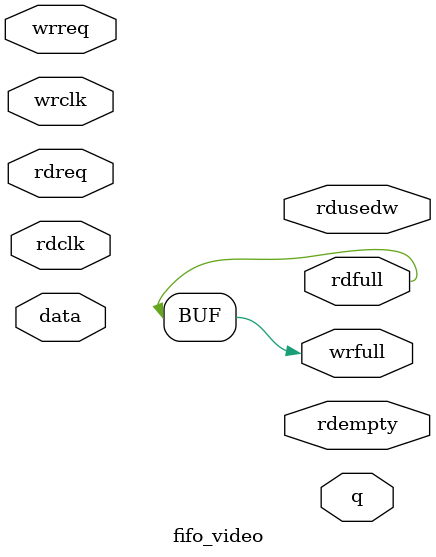
<source format=v>
`timescale 1ns / 1ps


module video_core_pdp(

	input 				clk,                    // 42.4Mz (all video processing)
	input 				clk_sys,						// 50Mhz (CPU clock)
	input [10:0] 		horizontal_counter,              
	input [10:0] 		vertical_counter,   
	output reg [7:0] 	red_out,                         
	output reg [7:0] 	green_out,
	output reg [7:0] 	blue_out,             
	
	input  [9:0] 		pixel_x_i,              // X pixel coordinate 
	input  [9:0] 		pixel_y_i,                  
	input  [2:0]        pixel_c_i,         
	input  		        pixel_write,
	
	input [2:0] 		trail_len,
	input 				blur_on,
	
	input 				clk_74a,
	input	[31:0]		bridge_addr,
	input					bridge_wr,
	input	[31:0]		bridge_wr_data
	
	
);
             
	
	wire use_debugs = 1'b0;						// 0 = do not use corner/line debugs, 1 = use them
	
	// X width = 768, Y height = 720
	// X and Y coords are flipped relative to modern displays, so X and Y are flipped going into the multiplies.
	// X is also inverted.	
	wire [9:0] xcoord = xprod[15:6];			// multiply X coord by 0.75
	wire [9:0] ycoord = yprod[15:6];			// multiply Y coord by 0.703125
	
	// X scaling
	wire [9:0] xmula = pixel_y;
	wire [5:0] xmulb = 6'd45;	
	wire [15:0] xprod = xmula * xmulb;
	
	// Y scaling
	wire [9:0] ymula = ~pixel_x;
	wire [5:0] ymulb = 6'd45;
	wire [15:0] yprod = ymula * ymulb;
	
	reg [1:0] pa_del;								// detect pixel_available edges
	reg [2:0] frame_odd_d;						// synchronize and detect every other frame
	reg [1:0] cpu_stall_d;						// detect rising edge of cpu stall signal
	
	
	reg [9:0] pixel_x;							// pixel X coord to write to FIFO
	reg [9:0] pixel_y;							// pixel Y coord to write to FIFO
	reg write_fifo;								// high to write word to FIFO
	reg [3:0] stuffstate;						// debug pixel stuffer state
	reg [3:0] ss_wait;							// wait for same
	reg [9:0] pixtest;							// we increment this so we have a pixel that moves once every frame for debug
	
	reg [7:0] needlecnt;							// needle ship count
	reg [7:0] wedgecnt;							// wedge ship count
	
	reg [39:0] w_coord;							// wedge's coords (scaled and unscaled)
	reg [39:0] n_coord;
	reg [2:0]  pixel_c;
	
	// CPU clock domain
	always @ (posedge clk_sys)
	begin
	
        pixel_x <= pixel_x_i;
        pixel_y <= pixel_y_i;
        pixel_c <= pixel_c_i;
        write_fifo <= pixel_write;
	end	
		
	
	wire [9:0] curr_x;		// current X coord from the FIFO
	wire [9:0] curr_y;		// current Y coord from the FIFO
	wire [2:0] curr_color;	// current object type. we will unscale the ships
	
	reg rdreq;
	wire rdempty;
	wire wr_full;
	
	
	
	fifo_video thingera (
									.wrclk	(clk_sys),
									.data		({pixel_c, pixel_x, pixel_y}),
									.wrreq	(write_fifo & ~wr_full),	// prevent the FIFO overflowing (this should never happen (tm))
									.wrfull  (wr_full),
									
									.rdclk	(clk),
									.rdreq	(rdreq),
									.rdempty	(rdempty),
									.q			({curr_color, curr_y, curr_x})
							  );


	
	
	
	localparam numbuffs = 8'd8;			// number of buffers
	reg [3:0] ob_buf;							// we need to set this to the number of bits for buffer count
	reg [3:0] ob_count;						// and this too
	reg [3:0] bufcount;						// buffer counter
	wire bufbit = vertical_counter[4];	// bit we use to swap buffers
	localparam dimline = 12'd737;			// do the dimming on one of the non-visble lines
	localparam startline = 12'd12;		// the line DE starts on, because we need to preroll for the first line buffer to fill
	localparam cv_lowbit = 'd4;			// lowest bit to check on the vertical counter
	
	// trail length
	reg [9:0] phos_dim;
	always
	case(trail_len[2:0])
	3'h0 : phos_dim <= 10'h3fe;
	3'h1 : phos_dim <= 10'd64;
	3'h2 : phos_dim <= 10'd32;
	3'h3 : phos_dim <= 10'd16;
	3'h4 : phos_dim <= 10'd8;
	3'h5 : phos_dim <= 10'd4;
	3'h6 : phos_dim <= 10'd2;
	3'h7 : phos_dim <= 10'd1;
	endcase
		
	localparam phos_full = 10'h3ff;							// maximum brightness
	
	wire [34:0] pa_out [numbuffs-1:0];	// bram port A out
	wire [34:0] pb_out [numbuffs-1:0];	// bram port B out (not used)
	reg [9:0] ramcnta;						// bram port A address 
	reg [9:0] ramcntb;						// bram port B address
	reg pb_wren [numbuffs-1:0];			// bram port B write
	reg [34:0] pb_in [numbuffs-1:0];		// bram port B in
		
	// buffer bits:
	// 34:32 - color of the pixel 
	// 31 - pixel is unrendered.  we clear this when it is sent to a line buffer
	// 30 - pixel used.  when we use a pixel, this is set (since there's no other way to tell from the coords)
	// 29 - pixel visible. set = pixel will be sent to line buffers. clear = pixel is not scanned out
	// 28:20 - pixel brightness.  Technically bit 29 is part of this too, and we decrement it to dim it out
	// 19:10 - Y coordinate
	// 9:0 - X coordinate
	
	genvar i;
	generate
		for (i = 0; i < numbuffs; i=i+1)
		begin : ramgen
			rendram rr_gen (
			.clock(clk),
			.data_a(35'h0000_0000), .address_a(ramcnta), .wren_a(1'b0), .q_a(pa_out[i]),
			.data_b(pb_in[i]), .address_b(ramcntb), .wren_b(pb_wren[i]), .q_b(pb_out[i])
			);
		end
	endgenerate
	
	
	reg [numbuffs-1:0] foundit;			// set = we found the pixel in this particular buffer
	reg [9:0] minbrite [numbuffs-1:0];	// dimmest pixel in each buffer
	reg [9:0] mb_add [numbuffs-1:0];		// address of dimmest pixel
	reg [3:0] state;							// state
	reg [7:0] j;
	reg [9:0] oldestbrite;					// dimmest pixel on all buffers
	reg [9:0] ob_add;							// address of same
	reg [9:0] ramcnta_d;						// delayed version of port A address (so the address matches the output data)
	reg pipehold;								// hold off pipeline evaluation for the first cycle
	
	reg fifovalid;								// we have valid pixels in the FIFO
	reg [9:0] fifo_x;							// X coord of eval pixel
	reg [9:0] fifo_y;							// Y coord of eval pixel
	reg [2:0] fifo_c;							// Y coord of eval pixel

	reg whichbuf;								// which of the two buffers we are working on
	reg [7:0] pixout;							// pixel to write to
	reg [9:0] out_x;							// its X coord
	reg [9:0] out_y;							// its Y coord
	reg [2:0] out_c;							// its Y coord
	reg pixwrite, pixwrite_d;				// toggle for pixel writing into line buffers

	
	
	// counter pipeline:
	//
	// ramcnta	ramcnta_d	pipehold
	// 0			x				1
	// 1			0				0
	// 2			1				0
	// 3			2				0
	// 4			3				0
	// ...
	// 3fe		3fd			0
	// 3ff		3fe			0
	// 0			3ff			0
	
	
	always @ (posedge clk)
	begin
	
		
		
		if (~|vertical_counter)										// we will do 1 complete search on every scanline, even if there's no pixels left.
		begin
			state <= 4'h1;
			bufcount <= 0;												// which buffer we will scan into our line buffers
		end
		else
		case (state)
		// run this every scanline until we run out of lines
		4'h1 :	begin
						
						if (horizontal_counter == 1)
						begin
							
							whichbuf <= bufbit;												// select which buffer we will render, and which we will fill
							ramcnta <= 0;
							
							fifovalid <= ~rdempty & cpu_stall_d[1];					// if we have a valid entry or not, and we will only do reads every other frame so our scale values can populate
							{fifo_c, fifo_y, fifo_x} <= {curr_color, curr_y, curr_x};		// everything else
							rdreq <= ~rdempty & cpu_stall_d[1];							// next entry if there is one (and we finished rendering)
							
							for (j = 0; j < numbuffs; j = j + 1)
							begin
								foundit[j] <= 1'b0;											// reset the found flag
								minbrite[j] <= 10'h3ff;										// set min brightness to max brightness
							end
							
							pipehold <= 1'b1;
							state <= 4'h2;
						 
						 end
						 
					end
		
		// pixel update state; we can through all pixels in all buffers looking for the correct one, if present
		// also the pixel scanout is done here too.  and the dimming is done on one of the vblank lines.
		4'h2 :	begin
						rdreq <= 1'b0;

						ramcnta_d <= ramcnta;	// the ram counter is delayed 1 clock because of the bram.  so we will add a delay here, too
						ramcntb <= ramcnta_d;	// ram write port's address

						if (~pipehold)
						for (j = 0; j < numbuffs; j = j + 1)
						begin
							casex({
										(vertical_counter == dimline), (fifovalid & ({ fifo_y, fifo_x} == pa_out[j][19:0])),
										((vertical_counter[10:cv_lowbit] == pa_out[bufcount][19:10+cv_lowbit]) & (j == bufcount)), pa_out[j][31:29]
									})
							
							// pixel is being replaced. mark it as unrendered and used
							6'b01x_x1x :	begin
													pb_in[j] <= {fifo_c, 2'b11, phos_full, fifo_y, fifo_x};
													pb_wren[j] <= 1'b1;
													foundit[j] <= 1'b1;
												end
											
							// we scanned out the pixel which we previously marked as "unrendered" so mark it as rendered
							6'b001_1xx :	begin
													pb_in[j] <= {fifo_c, 1'b0, pa_out[j][30:0]};
													pb_wren[j] <= 1'b1;
												end
												
							// do phosphor dim, but only if we are marked "rendered" and we have not hit 0
							// also, the first step is always 1 so that we will see the blue for 2 full frames, to prevent it flickering if it is being redrawn
							6'b1xx_0x1 :	begin
													pb_in[j][34:32] <= {pa_out[j][34:32]};
													pb_in[j][31:30] <= {1'b0, pa_out[j][30]};
													pb_in[j][19:0] <= pa_out[j][19:0];
													casex({&pa_out[j][29:20], 1'b0, pa_out[j][29:20]} - {1'b0, phos_dim})
													12'b1xxx_xxxx_xxxx : pb_in[j][29:20] <= 10'h3fe;								// subtract 1 on the first go
													12'b00xx_xxxx_xxxx : pb_in[j][29:20] <= (pa_out[j][29:20] - phos_dim);	// no underflow
													12'b01xx_xxxx_xxxx : pb_in[j][29:20] <= 10'h0;									// underflow
													endcase
													pb_wren[j] <= 1'b1;
												end
							
							// dimmed to minimum value so peg it at 0
							6'b1xx_0x0 :	begin
													pb_in[j] <= {35'h0};		// reset the coord too so we can see it on the tapper
													pb_wren[j] <= 1'b1;
												end
							
							// we wrote this but haven't rendered it yet, so mark it rendered
							6'b1xx_1xx :	begin
													pb_in[j] <= {pa_out[j][34:32], 1'b0, pa_out[j][30:0]};
													pb_wren[j] <= 1'b1;
												end
							
							// not writing for whatever reason, so clear the bit
							default :	begin
												pb_wren[j] <= 1'b0;
											end
							endcase
							
							// search for the dimmest pixel in all of our buffers and save it and its address
							if ((pa_out[j][29:20] < minbrite[j]) & ~pipehold)
							begin
								minbrite[j] <= pa_out[j][29:20];
								mb_add[j] <= ramcnta_d;
							end
						
						end

						// we have to not do any processing on the FIRST clock of this state
						pipehold <= 1'b0;
						
						// this pixel will be sent to the line buffers for scanout
						{out_c, pixout, out_y, out_x} <= {pa_out[bufcount][34:32], pa_out[bufcount][28:21], pa_out[bufcount][19:0]};
						
						// we will only write it to the buffers if it is in range for the buffer
						if ((vertical_counter[10:cv_lowbit] == pa_out[bufcount][19:10+cv_lowbit]) & pa_out[bufcount][29]) pixwrite <= ~pixwrite;

						// do all pixels
						ramcnta <= ramcnta + 1'b1;
						if (~|ramcnta & ~pipehold) state <= 4'h3;
					
					end
		
		// stop writing, and some some other minor cleanup things
		4'h3 :	begin
						
						for (j = 0; j < numbuffs; j = j + 1)
						begin
							
							pb_wren[j] <= 1'b0;			// stop writing if need be
						
						end
						
						casex({(vertical_counter == dimline), |foundit | ~fifovalid})
						2'b1x : state <= 4'h0;			// this is the last processed line, so we're done. go to idle						
						2'b01 : state <= 4'h1;			// we found the pixel so we are done for this line
						2'b00 : state <= 4'h4;
						endcase
						
						oldestbrite <= 10'h3ff;			// get ready for the next step
						ob_count <= 0;
						
						bufcount <= bufcount + 1'b1;	// step to the next buffer
						
					end
		
		
		// find the dimmest pixel across all buffers
		4'h4 :	begin
						if (minbrite[ob_count] < oldestbrite)
						begin
							oldestbrite <= minbrite[ob_count];
							ob_add <= mb_add[ob_count];
							ob_buf <= ob_count;
						end
						ob_count <= ob_count + 1'b1;
						if (&ob_count) state <= 4'h5;						
					end
		
		// you are the dimmest pixel. goodbye!
		4'h5 :	begin
						pb_in[ob_buf] <= {fifo_c, 2'b11, phos_full, fifo_y, fifo_x};	// mark it as unrendered and used
						ramcntb <= ob_add;
						pb_wren[ob_buf] <= 1'b1;
						state <= 4'h6;
					end

		// stop writing and finish up
		4'h6 :	begin
						pb_wren[ob_buf] <= 1'b0;
						state <= 4'h1;
					end
		
		
		endcase

		
		
		pixwrite_d <= pixwrite;
		
		if (~whichbuf)
		begin
			// writing pixels into buffer A on even sets
			buf_a_wr <= (pixwrite ^ pixwrite_d);
			buf_a_dat <= {out_c, pixout};
			buf_a_add <= {out_y[cv_lowbit-1:0], out_x};
			// reading out pixels from buffer B on even sets
			buf_b_add <= {vertical_counter[cv_lowbit-1:0], (horizontal_counter[9:0] - 10'd8)};
			buf_out <= buf_b_out;
		end
		else
		begin
			// writing pixels into buffer B on odd sets
			buf_b_wr <= (pixwrite ^ pixwrite_d);
			buf_b_dat <= {out_c, pixout};
			buf_b_add <= {out_y[cv_lowbit-1:0], out_x};
			// reading out pixels from buffer A on odd sets
			buf_a_add <= {vertical_counter[cv_lowbit-1:0], (horizontal_counter[9:0] - 10'd8)};
			buf_out <= buf_a_out;
		end
		
		// buffer clearing address and enable
		buf_c_add <= {vertical_counter[cv_lowbit-1:0], (horizontal_counter[9:0] - 10'd16)};
		buf_c_wr <= (horizontal_counter >= 11'd16);
		
	
	end
	
	
	// line buffers
	
	reg [10:0] buf_out;
	reg [13:0] buf_c_add;
	reg buf_c_wr;
	
	reg [10:0] buf_a_dat;
	reg [13:0] buf_a_add;
	reg buf_a_wr;
	wire [10:0] buf_a_out;
	wire [10:0] buf_a_outb;
	
		
	linebuf thingerb (	.clock(clk),
								.data_a(buf_a_dat), .address_a(buf_a_add), .wren_a(buf_a_wr), .q_a(buf_a_out),
								.data_b(8'h0), .address_b(buf_c_add), .wren_b(buf_c_wr & whichbuf), .q_b(buf_a_outb)
							);
							
	reg [7:0] buf_b_dat;
	reg [13:0] buf_b_add;
	reg buf_b_wr;
	wire [7:0] buf_b_out;
	wire [7:0] buf_b_outb;
	
		
	linebuf thingerc (	.clock(clk),
								.data_a(buf_b_dat), .address_a(buf_b_add), .wren_a(buf_b_wr), .q_a(buf_b_out),
								.data_b(8'h0), .address_b(buf_c_add), .wren_b(buf_c_wr & ~whichbuf), .q_b(buf_b_outb)
							);
							
							
	
	// colour LUT
	
	wire [23:0] output_color;
	
	// we write to this on address range #1000_0000 to #1000_ffff Tho this is a 8bit addressable LUT we have to treat every
	// entry as a 32bit word
	wire write_clut_en = bridge_wr && (bridge_addr[31:16] == 16'h1000); 

	color_lut thingerd_red (
		.write_clk		(clk_74a),
		.write_address	(bridge_addr[9:2]),
		.write_data		(bridge_wr_data),
		.write_enable	(write_clut_en),
		.read_clk		(clk),
		.input_index	(buf_out),
		.output_color	(output_color[23:16])
	);
		
	color_lut thingerd_green (
		.write_clk		(clk_74a),
		.write_address	(bridge_addr[9:2]),
		.write_data		(bridge_wr_data),
		.write_enable	(write_clut_en),
		.read_clk		(clk),
		.input_index	(buf_out),
		.output_color	(output_color[15:8])
	);

	color_lut thingerd_blue (
		.write_clk		(clk_74a),
		.write_address	(bridge_addr[9:2]),
		.write_data		(bridge_wr_data),
		.write_enable	(write_clut_en),
		.read_clk		(clk),
		.input_index	(buf_out),
		.output_color	(output_color[7:0])
	);	

							
	// final blur operation.  we will do a 3*3 blur.
	// the edges of this are dirty, but since we're cropping them off, it doesn't matter.
	// this blur feature isn't being used right now, we need to improve it if there's time.
	
	reg [23:0] linebufa [1023:0];
	reg [23:0] linebufb [1023:0];
	reg [23:0] linebufc [1023:0];
	
	reg [23:0] pix [8:0];
	
	wire [9:0] writeline = (horizontal_counter[9:0] - 10'd3);

	reg [11:0] gauss_ra, gauss_rb, gauss_rc, gauss_r;
	reg [11:0] gauss_ga, gauss_gb, gauss_gc, gauss_g;
	reg [11:0] gauss_ba, gauss_bb, gauss_bc, gauss_b;
	
	
	
	always @ (posedge clk)
	begin	
	
		// generate a 3*3 pixel block:
		// 012
		// 345
		// 678
		
		
		pix[2] <= pix[1];
		pix[1] <= pix[0];
		pix[0] <= linebufa[horizontal_counter[9:0]];
		
		pix[5] <= pix[4];
		pix[4] <= pix[3];
		pix[3] <= linebufb[horizontal_counter[9:0]];
		
		pix[8] <= pix[7];
		pix[7] <= pix[6];
		pix[6] <= linebufc[horizontal_counter[9:0]];
							
		if (~horizontal_counter[10])
		begin
			
			linebufa[writeline] <= ((output_color[23] | ~blur_on) ? output_color : {1'b0, output_color[23:17], 1'b0, output_color[15:9], 1'b0, output_color[7:1]});
			linebufb[writeline] <= pix[2];
			linebufc[writeline] <= pix[5];
			
		end

		gauss_ra <= {4'h0, pix[0][7:0]      } + {3'h0, pix[1][7:0], 1'b0} + {4'h0, pix[2][7:0]      };
		gauss_rb <= {3'h0, pix[3][7:0], 1'b0} + {2'h0, pix[4][7:0], 2'b0} + {3'h0, pix[5][7:0], 1'b0};
		gauss_rc <= {4'h0, pix[6][7:0]      } + {3'h0, pix[7][7:0], 1'b0} + {4'h0, pix[8][7:0]      };
		
		gauss_r <= gauss_ra + gauss_rb + gauss_rc;
		

		gauss_ga <= {4'h0, pix[0][15:8]      } + {3'h0, pix[1][15:8], 1'b0} + {4'h0, pix[2][15:8]      };
		gauss_gb <= {3'h0, pix[3][15:8], 1'b0} + {2'h0, pix[4][15:8], 2'b0} + {3'h0, pix[5][15:8], 1'b0};
		gauss_gc <= {4'h0, pix[6][15:8]      } + {3'h0, pix[7][15:8], 1'b0} + {4'h0, pix[8][15:8]      };
		
		gauss_g <= gauss_ga + gauss_gb + gauss_gc;


		gauss_ba <= {4'h0, pix[0][23:16]      } + {3'h0, pix[1][23:16], 1'b0} + {4'h0, pix[2][23:16]      };
		gauss_bb <= {3'h0, pix[3][23:16], 1'b0} + {2'h0, pix[4][23:16], 2'b0} + {3'h0, pix[5][23:16], 1'b0};
		gauss_bc <= {4'h0, pix[6][23:16]      } + {3'h0, pix[7][23:16], 1'b0} + {4'h0, pix[8][23:16]      };
		
		gauss_b <= gauss_ba + gauss_bb + gauss_bc;
		
		
		// final RGB
		case(blur_on)
		1'b0 : {blue_out, green_out, red_out} <= pix[4];
		1'b1 : {blue_out, green_out, red_out} <= {(gauss_b[11] ? 8'hff : gauss_b[10:3]), (gauss_g[11] ? 8'hff : gauss_g[10:3]), (gauss_r[11] ? 8'hff : gauss_r[10:3])};
		endcase

		
	end


							
endmodule

module rendram (
	address_a,
	address_b,
	clock,
	data_a,
	data_b,
	wren_a,
	wren_b,
	q_a,
	q_b);

	input	[9:0]  address_a;
	input	[9:0]  address_b;
	input	  clock;
	input	[34:0]  data_a;
	input	[34:0]  data_b;
	input	  wren_a;
	input	  wren_b;
	output	reg [34:0]  q_a;
	output	reg [34:0]  q_b;

reg [34:0] mem [1023:0];

always @(posedge clock) begin
    if (wren_a) mem[address_a] <= data_a;
    if (wren_b) mem[address_b] <= data_b;
    q_a <= mem[address_a];
    q_b <= mem[address_b];
end

endmodule

module linebuf (
	address_a,
	address_b,
	clock,
	data_a,
	data_b,
	wren_a,
	wren_b,
	q_a,
	q_b);

	input	[13:0]  address_a;
	input	[13:0]  address_b;
	input	  clock;
	input	[10:0]  data_a;
	input	[10:0]  data_b;
	input	  wren_a;
	input	  wren_b;
	output	reg [10:0]  q_a;
	output	reg [10:0]  q_b;

reg [10:0] mem [16383:0];

always @(posedge clock) begin
    if (wren_a) mem[address_a] <= data_a;
    if (wren_b) mem[address_b] <= data_b;
    q_a <= mem[address_a];
    q_b <= mem[address_b];
end

endmodule

module color_lut (
	input                  write_clk,
	input [7:0]            write_address,
	input [31:0]           write_data,
	input                  write_enable,
	input                  read_clk,
	input [7:0]            input_index,
	output reg [7:0]       output_color
	);



reg [7:0] mem [255:0];

always @(posedge write_clk) begin
    if (write_enable) mem[write_address] <= write_data;
end

always @(posedge read_clk) begin
    output_color <= mem[input_index];
end

endmodule

module fifo_video (
	data,
	rdclk,
	rdreq,
	wrclk,
	wrreq,
	q,
	rdempty,
	rdfull,
	rdusedw,
	wrfull);

	input	[22:0]  data;
	input	  rdclk;
	input	  rdreq;
	input	  wrclk;
	input	  wrreq;
	output	[22:0]  q;
	output	  rdempty;
	output	  rdfull;
	output	[8:0]  rdusedw;
	output	  wrfull;

//   FIFO_DUALCLOCK_MACRO  #(
//      .ALMOST_EMPTY_OFFSET(9'h080), // Sets the almost empty threshold
//      .ALMOST_FULL_OFFSET(9'h080),  // Sets almost full threshold
//      .DATA_WIDTH(23),   // Valid values are 1-72 (37-72 only valid when FIFO_SIZE="36Kb")
//      .DEVICE("7SERIES"),  // Target device: "7SERIES" 
//      .FIFO_SIZE ("18Kb"), // Target BRAM: "18Kb" or "36Kb" 
//      .FIRST_WORD_FALL_THROUGH ("TRUE") // Sets the FIFO FWFT to "TRUE" or "FALSE" 
//   ) Write_fifo_mask_00 (
////      .ALMOSTEMPTY(ALMOSTEMPTY), // 1-bit output almost empty
////      .ALMOSTFULL(ALMOSTFULL),   // 1-bit output almost full
//      .DO(q),                   // Output data, width defined by DATA_WIDTH parameter
//      .EMPTY(rdempty),             // 1-bit output empty
//      .FULL(rdfull),               // 1-bit output full
//      .RDCOUNT(rdusedw),         // Output read count, width determined by FIFO depth
////      .RDERR(RDERR),             // 1-bit output read error
////      .WRCOUNT(WRCOUNT),         // Output write count, width determined by FIFO depth
////      .WRERR(WRERR),             // 1-bit output write error
//      .DI(data),                   // Input data, width defined by DATA_WIDTH parameter
//      .RDCLK(rdclk),             // 1-bit input read clock
//      .RDEN(rdreq),               // 1-bit input read enable
//      .RST(~reset_l),                 // 1-bit input reset
//      .WRCLK(wrclk),             // 1-bit input write clock
//      .WREN(wrreq)                // 1-bit input write enable
//   );
   
   assign wrfull = rdfull;

endmodule

							

</source>
